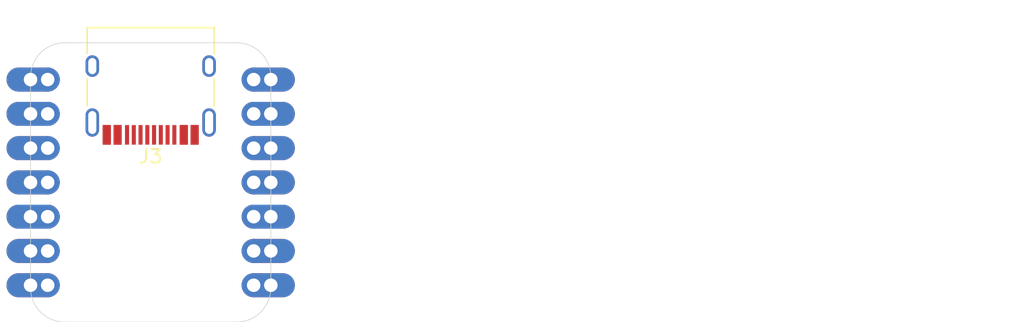
<source format=kicad_pcb>
(kicad_pcb (version 20221018) (generator pcbnew)
  (layers (0 "F.Cu" signal) (31 "B.Cu" signal) (34 "B.Paste" user) (35 "F.Paste" user) (36 "B.SilkS" user "B.Silkscreen") (37 "F.SilkS" user "F.Silkscreen") (38 "B.Mask" user) (39 "F.Mask" user) (44 "Edge.Cuts" user))
  (net 0 "")
  (net 1 "VBUS")
  (net 2 "/TX")
  (net 3 "/RX")
  (net 4 "/MISO")
  (net 5 "/MOSI")
  (net 6 "/SCK")
  (net 7 "Net-(FB1-Pad1)")
  (net 8 "Net-(J3-CC1)")
  (net 9 "/A3")
  (net 10 "/A2")
  (net 11 "/A1")
  (net 12 "/A0")
  (net 13 "GND")
  (net 15 "+3.3V")
  (net 17 "/SDA")
  (net 18 "/SCL")
  (net 20 "Net-(J3-CC2)")
  (footprint "Connector_USB:USB_C_Receptacle_HRO_TYPE-C-31-M-12" (layer "F.Cu") (at 150.12875 73.2038 180)
    (fp_text reference "J3" (at 0 -5.645) (layer "F.SilkS"))
    (fp_text value "USB_C_Receptacle_USB2.0")
    (fp_line (start -4.7 -1.9) (end -4.7 0.1) (stroke (width 0.12)) (layer "F.SilkS"))
    (fp_line (start -4.7 2) (end -4.7 3.9) (stroke (width 0.12)) (layer "F.SilkS"))
    (fp_line (start -4.7 3.9) (end 4.7 3.9) (stroke (width 0.12)) (layer "F.SilkS"))
    (fp_line (start 4.7 -1.9) (end 4.7 0.1) (stroke (width 0.12)) (layer "F.SilkS"))
    (fp_line (start 4.7 2) (end 4.7 3.9) (stroke (width 0.12)) (layer "F.SilkS"))
    (pad "" np_thru_hole circle (at -2.89 -2.6 180) (size 0.65 0.65) (drill 0.65) (layers "*.Cu" "*.Mask"))
    (pad "" np_thru_hole circle (at 2.89 -2.6 180) (size 0.65 0.65) (drill 0.65) (layers "*.Cu" "*.Mask"))
    (pad "A1" smd rect (at -3.25 -4.045 180) (size 0.6 1.45) (layers "F.Cu" "F.Paste" "F.Mask") (net 13 "GND"))
    (pad "A4" smd rect (at -2.45 -4.045 180) (size 0.6 1.45) (layers "F.Cu" "F.Paste" "F.Mask") (net 7 "Net-(FB1-Pad1)"))
    (pad "A5" smd rect (at -1.25 -4.045 180) (size 0.3 1.45) (layers "F.Cu" "F.Paste" "F.Mask") (net 8 "Net-(J3-CC1)"))
    (pad "A6" smd rect (at -0.25 -4.045 180) (size 0.3 1.45) (layers "F.Cu" "F.Paste" "F.Mask"))
    (pad "A7" smd rect (at 0.25 -4.045 180) (size 0.3 1.45) (layers "F.Cu" "F.Paste" "F.Mask"))
    (pad "A8" smd rect (at 1.25 -4.045 180) (size 0.3 1.45) (layers "F.Cu" "F.Paste" "F.Mask"))
    (pad "A9" smd rect (at 2.45 -4.045 180) (size 0.6 1.45) (layers "F.Cu" "F.Paste" "F.Mask") (net 7 "Net-(FB1-Pad1)"))
    (pad "A12" smd rect (at 3.25 -4.045 180) (size 0.6 1.45) (layers "F.Cu" "F.Paste" "F.Mask") (net 13 "GND"))
    (pad "B1" smd rect (at 3.25 -4.045 180) (size 0.6 1.45) (layers "F.Cu" "F.Paste" "F.Mask") (net 13 "GND"))
    (pad "B4" smd rect (at 2.45 -4.045 180) (size 0.6 1.45) (layers "F.Cu" "F.Paste" "F.Mask") (net 7 "Net-(FB1-Pad1)"))
    (pad "B5" smd rect (at 1.75 -4.045 180) (size 0.3 1.45) (layers "F.Cu" "F.Paste" "F.Mask") (net 20 "Net-(J3-CC2)"))
    (pad "B6" smd rect (at 0.75 -4.045 180) (size 0.3 1.45) (layers "F.Cu" "F.Paste" "F.Mask"))
    (pad "B7" smd rect (at -0.75 -4.045 180) (size 0.3 1.45) (layers "F.Cu" "F.Paste" "F.Mask"))
    (pad "B8" smd rect (at -1.75 -4.045 180) (size 0.3 1.45) (layers "F.Cu" "F.Paste" "F.Mask"))
    (pad "B9" smd rect (at -2.45 -4.045 180) (size 0.6 1.45) (layers "F.Cu" "F.Paste" "F.Mask") (net 7 "Net-(FB1-Pad1)"))
    (pad "B12" smd rect (at -3.25 -4.045 180) (size 0.6 1.45) (layers "F.Cu" "F.Paste" "F.Mask") (net 13 "GND"))
    (pad "S1" thru_hole oval (at -4.32 -3.13 180) (size 1 2.1) (drill oval 0.6 1.7) (layers "*.Cu" "*.Mask"))
    (pad "S1" thru_hole oval (at -4.32 1.05 180) (size 1 1.6) (drill oval 0.6 1.2) (layers "*.Cu" "*.Mask"))
    (pad "S1" thru_hole oval (at 4.32 -3.13 180) (size 1 2.1) (drill oval 0.6 1.7) (layers "*.Cu" "*.Mask"))
    (pad "S1" thru_hole oval (at 4.32 1.05 180) (size 1 1.6) (drill oval 0.6 1.2) (layers "*.Cu" "*.Mask"))
  )
  (footprint "Xiao:Conn_01x_07_Xiao" (layer "F.Cu") (at 157.74875 80.773 180)
    (fp_text reference "J2" hide)
    (fp_text value "Xiao Right")
    (pad "1" thru_hole oval (at -1.269999 -7.619999 180) (size 3.938 1.778) (drill 1 (offset 0.191 0)) (layers "*.Cu" "*.Mask") (net 3 "/RX"))
    (pad "1" thru_hole circle (at 0 -7.620001 180) (size 1.778 1.778) (drill 1) (layers "*.Cu" "*.Mask") (net 3 "/RX"))
    (pad "2" thru_hole oval (at -1.269999 -5.08 180) (size 3.938 1.778) (drill 1 (offset 0.191 0)) (layers "*.Cu" "*.Mask") (net 6 "/SCK"))
    (pad "2" thru_hole circle (at -0.000001 -5.08 180) (size 1.778 1.778) (drill 1) (layers "*.Cu" "*.Mask") (net 6 "/SCK"))
    (pad "3" thru_hole oval (at -1.269999 -2.54 180) (size 3.938 1.778) (drill 1 (offset 0.191 0)) (layers "*.Cu" "*.Mask") (net 4 "/MISO"))
    (pad "3" thru_hole circle (at -0.000001 -2.539999 180) (size 1.778 1.778) (drill 1) (layers "*.Cu" "*.Mask") (net 4 "/MISO"))
    (pad "4" thru_hole oval (at -1.270001 0 180) (size 3.938 1.778) (drill 1 (offset 0.191 0)) (layers "*.Cu" "*.Mask") (net 5 "/MOSI"))
    (pad "4" thru_hole circle (at 0 0 180) (size 1.778 1.778) (drill 1) (layers "*.Cu" "*.Mask") (net 5 "/MOSI"))
    (pad "5" thru_hole oval (at -1.269999 2.540001 180) (size 3.938 1.778) (drill 1 (offset 0.191 0)) (layers "*.Cu" "*.Mask") (net 15 "+3.3V"))
    (pad "5" thru_hole circle (at 0 2.539999 180) (size 1.778 1.778) (drill 1) (layers "*.Cu" "*.Mask") (net 15 "+3.3V"))
    (pad "6" thru_hole oval (at -1.269999 5.079999 180) (size 3.938 1.778) (drill 1 (offset 0.191 0)) (layers "*.Cu" "*.Mask") (net 13 "GND"))
    (pad "6" thru_hole circle (at -0.000001 5.08 180) (size 1.778 1.778) (drill 1) (layers "*.Cu" "*.Mask") (net 13 "GND"))
    (pad "7" thru_hole oval (at -1.269999 7.62 180) (size 3.938 1.778) (drill 1 (offset 0.191 0)) (layers "*.Cu" "*.Mask") (net 1 "VBUS"))
    (pad "7" thru_hole circle (at 0 7.62 180) (size 1.778 1.778) (drill 1) (layers "*.Cu" "*.Mask") (net 1 "VBUS"))
  )
  (footprint "Xiao:Conn_01x_07_Xiao" (layer "F.Cu") (at 142.50875 80.773)
    (fp_text reference "J1" hide)
    (fp_text value "Xiao Left")
    (pad "1" thru_hole oval (at -1.269999 -7.619999) (size 3.938 1.778) (drill 1 (offset 0.191 0)) (layers "*.Cu" "*.Mask") (net 12 "/A0"))
    (pad "1" thru_hole circle (at 0 -7.620001) (size 1.778 1.778) (drill 1) (layers "*.Cu" "*.Mask") (net 12 "/A0"))
    (pad "2" thru_hole oval (at -1.269999 -5.08) (size 3.938 1.778) (drill 1 (offset 0.191 0)) (layers "*.Cu" "*.Mask") (net 11 "/A1"))
    (pad "2" thru_hole circle (at -0.000001 -5.08) (size 1.778 1.778) (drill 1) (layers "*.Cu" "*.Mask") (net 11 "/A1"))
    (pad "3" thru_hole oval (at -1.269999 -2.54) (size 3.938 1.778) (drill 1 (offset 0.191 0)) (layers "*.Cu" "*.Mask") (net 10 "/A2"))
    (pad "3" thru_hole circle (at -0.000001 -2.539999) (size 1.778 1.778) (drill 1) (layers "*.Cu" "*.Mask") (net 10 "/A2"))
    (pad "4" thru_hole oval (at -1.270001 0) (size 3.938 1.778) (drill 1 (offset 0.191 0)) (layers "*.Cu" "*.Mask") (net 9 "/A3"))
    (pad "4" thru_hole circle (at 0 0) (size 1.778 1.778) (drill 1) (layers "*.Cu" "*.Mask") (net 9 "/A3"))
    (pad "5" thru_hole oval (at -1.269999 2.540001) (size 3.938 1.778) (drill 1 (offset 0.191 0)) (layers "*.Cu" "*.Mask") (net 17 "/SDA"))
    (pad "5" thru_hole circle (at 0 2.539999) (size 1.778 1.778) (drill 1) (layers "*.Cu" "*.Mask") (net 17 "/SDA"))
    (pad "6" thru_hole oval (at -1.269999 5.079999) (size 3.938 1.778) (drill 1 (offset 0.191 0)) (layers "*.Cu" "*.Mask") (net 18 "/SCL"))
    (pad "6" thru_hole circle (at -0.000001 5.08) (size 1.778 1.778) (drill 1) (layers "*.Cu" "*.Mask") (net 18 "/SCL"))
    (pad "7" thru_hole oval (at -1.269999 7.62) (size 3.938 1.778) (drill 1 (offset 0.191 0)) (layers "*.Cu" "*.Mask") (net 2 "/TX"))
    (pad "7" thru_hole circle (at 0 7.62) (size 1.778 1.778) (drill 1) (layers "*.Cu" "*.Mask") (net 2 "/TX"))
  )
  (gr_arc (start 143.77875 91.1235) (mid 141.982699 90.379551) (end 141.23875 88.5835) (stroke (width 0.05)) (layer "Edge.Cuts"))
  (gr_arc (start 156.47875 70.4225) (mid 158.274801 71.166449) (end 159.01875 72.9625) (stroke (width 0.05)) (layer "Edge.Cuts"))
  (gr_arc (start 159.01875 88.5835) (mid 158.274801 90.379551) (end 156.47875 91.1235) (stroke (width 0.05)) (layer "Edge.Cuts"))
  (gr_arc (start 141.23875 72.9625) (mid 141.982699 71.166449) (end 143.77875 70.4225) (stroke (width 0.05)) (layer "Edge.Cuts"))
  (gr_line (start 159.01875 72.9625) (end 159.01875 88.5835) (stroke (width 0.05)) (layer "Edge.Cuts"))
  (gr_line (start 143.77875 70.4225) (end 156.47875 70.4225) (stroke (width 0.05)) (layer "Edge.Cuts"))
  (gr_line (start 141.23875 88.5835) (end 141.23875 72.9625) (stroke (width 0.05)) (layer "Edge.Cuts"))
  (gr_line (start 156.47875 91.1235) (end 143.77875 91.1235) (stroke (width 0.05)) (layer "Edge.Cuts"))
  (gr_text "" (at 214.56855 88.5327) (layer "F.SilkS") (effects (font (size 0.89408 0.89408) (thickness 0.12192))))
)
</source>
